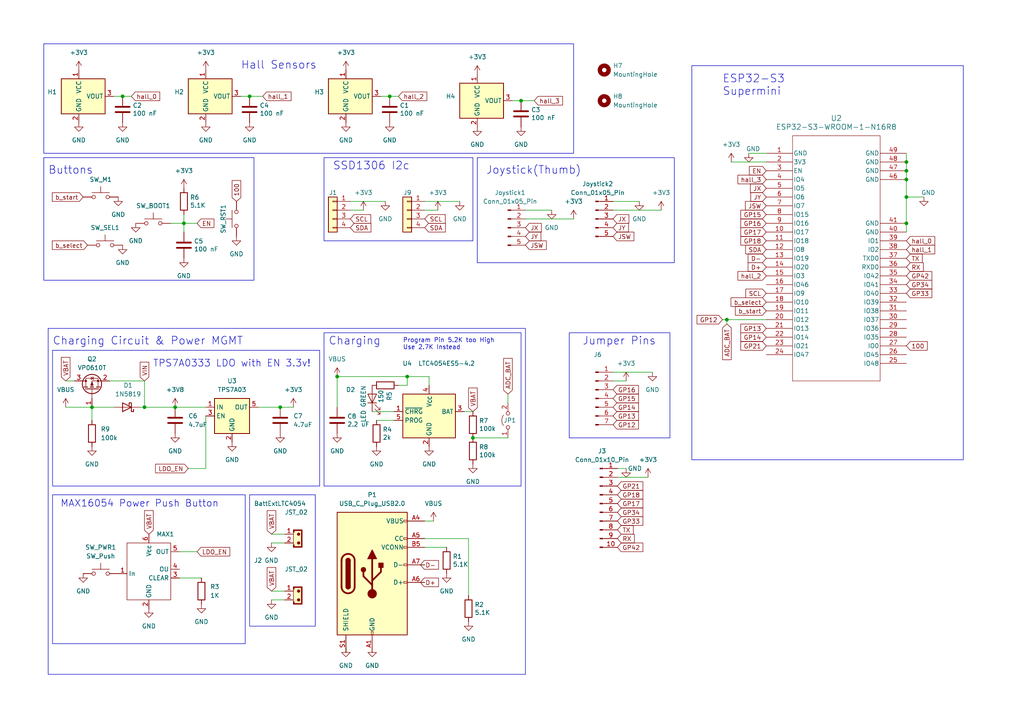
<source format=kicad_sch>
(kicad_sch (version 20230121) (generator eeschema)
  (paper "A4")
  (lib_symbols
    (symbol "2025-04-05_16-16-06:ESP32-S3-WROOM-1-N16R8" (pin_names (offset 0.254))
      (property "Reference" "U" (at 20.32 10.16 0))
      (property "Value" "ESP32-S3-WROOM-1-N16R8" (at 20.32 7.62 0))
      (symbol "ESP32-S3-WROOM-1-N16R8_0_1"
        (pin power_out line (at 0 0 0) (length 7.62) (name "GND") (number "1"))
        (pin bidirectional line (at 0 -22.86 0) (length 7.62) (name "IO17") (number "10"))
        (pin bidirectional line (at 0 -25.4 0) (length 7.62) (name "IO18") (number "11"))
        (pin bidirectional line (at 0 -27.94 0) (length 7.62) (name "IO8") (number "12"))
        (pin bidirectional line (at 0 -30.48 0) (length 7.62) (name "IO19") (number "13"))
        (pin bidirectional line (at 0 -33.02 0) (length 7.62) (name "IO20") (number "14"))
        (pin bidirectional line (at 0 -35.56 0) (length 7.62) (name "IO3") (number "15"))
        (pin bidirectional line (at 0 -38.1 0) (length 7.62) (name "IO46") (number "16"))
        (pin bidirectional line (at 0 -40.64 0) (length 7.62) (name "IO9") (number "17"))
        (pin bidirectional line (at 0 -43.18 0) (length 7.62) (name "IO10") (number "18"))
        (pin bidirectional line (at 0 -45.72 0) (length 7.62) (name "IO11") (number "19"))
        (pin power_in line (at 0 -2.54 0) (length 7.62) (name "3V3") (number "2"))
        (pin bidirectional line (at 0 -48.26 0) (length 7.62) (name "IO12") (number "20"))
        (pin bidirectional line (at 0 -50.8 0) (length 7.62) (name "IO13") (number "21"))
        (pin bidirectional line (at 0 -53.34 0) (length 7.62) (name "IO14") (number "22"))
        (pin bidirectional line (at 0 -55.88 0) (length 7.62) (name "IO21") (number "23"))
        (pin bidirectional line (at 0 -58.42 0) (length 7.62) (name "IO47") (number "24"))
        (pin bidirectional line (at 40.64 -60.96 180) (length 7.62) (name "IO48") (number "25"))
        (pin bidirectional line (at 40.64 -58.42 180) (length 7.62) (name "IO45") (number "26"))
        (pin bidirectional line (at 40.64 -55.88 180) (length 7.62) (name "IO0") (number "27"))
        (pin bidirectional line (at 40.64 -53.34 180) (length 7.62) (name "IO35") (number "28"))
        (pin bidirectional line (at 40.64 -50.8 180) (length 7.62) (name "IO36") (number "29"))
        (pin input line (at 0 -5.08 0) (length 7.62) (name "EN") (number "3"))
        (pin bidirectional line (at 40.64 -48.26 180) (length 7.62) (name "IO37") (number "30"))
        (pin bidirectional line (at 40.64 -45.72 180) (length 7.62) (name "IO38") (number "31"))
        (pin bidirectional line (at 40.64 -43.18 180) (length 7.62) (name "IO39") (number "32"))
        (pin bidirectional line (at 40.64 -40.64 180) (length 7.62) (name "IO40") (number "33"))
        (pin bidirectional line (at 40.64 -38.1 180) (length 7.62) (name "IO41") (number "34"))
        (pin bidirectional line (at 40.64 -35.56 180) (length 7.62) (name "IO42") (number "35"))
        (pin bidirectional line (at 40.64 -33.02 180) (length 7.62) (name "RXD0") (number "36"))
        (pin bidirectional line (at 40.64 -30.48 180) (length 7.62) (name "TXD0") (number "37"))
        (pin bidirectional line (at 40.64 -27.94 180) (length 7.62) (name "IO2") (number "38"))
        (pin bidirectional line (at 40.64 -25.4 180) (length 7.62) (name "IO1") (number "39"))
        (pin bidirectional line (at 0 -7.62 0) (length 7.62) (name "IO4") (number "4"))
        (pin power_out line (at 40.64 -22.86 180) (length 7.62) (name "GND") (number "40"))
        (pin power_out line (at 40.64 -20.32 180) (length 7.62) (name "GND") (number "41"))
        (pin power_out line (at 40.64 -7.62 180) (length 7.62) (name "GND") (number "46"))
        (pin power_out line (at 40.64 -5.08 180) (length 7.62) (name "GND") (number "47"))
        (pin power_out line (at 40.64 -2.54 180) (length 7.62) (name "GND") (number "48"))
        (pin power_out line (at 40.64 0 180) (length 7.62) (name "GND") (number "49"))
        (pin bidirectional line (at 0 -10.16 0) (length 7.62) (name "IO5") (number "5"))
        (pin bidirectional line (at 0 -12.7 0) (length 7.62) (name "IO6") (number "6"))
        (pin bidirectional line (at 0 -15.24 0) (length 7.62) (name "IO7") (number "7"))
        (pin bidirectional line (at 0 -17.78 0) (length 7.62) (name "IO15") (number "8"))
        (pin bidirectional line (at 0 -20.32 0) (length 7.62) (name "IO16") (number "9"))
      )
    )
    (symbol "Battery_Management:LTC4054ES5-4.2"
      (property "Reference" "U" (at -5.842 6.604 0))
      (property "Value" "LTC4054ES5-4.2" (at 1.524 6.604 0))
      (symbol "LTC4054ES5-4.2_1_1"
        (pin open_collector line (at -10.16 0 0) (length 2.54) (name "~{CHRG}") (number "1"))
        (pin power_in line (at 0 -10.16 90) (length 2.54) (name "GND") (number "2"))
        (pin power_out line (at 10.16 0 180) (length 2.54) (name "BAT") (number "3"))
        (pin power_in line (at 0 7.62 270) (length 2.54) (name "V_{CC}") (number "4"))
        (pin bidirectional line (at -10.16 -2.54 0) (length 2.54) (name "PROG") (number "5"))
      )
    )
    (symbol "ChargingStuffsLib:MAX16054"
      (property "Reference" "MAX" (at 0 10.16 0))
      (symbol "MAX16054_1_1"
        (pin input line (at -8.89 -6.35 0) (length 2.54) (name "In") (number "1"))
        (pin input line (at 0 -16.51 90) (length 2.54) (name "GND") (number "2"))
        (pin input line (at 8.89 -7.62 180) (length 2.54) (name "CLEAR") (number "3"))
        (pin input line (at 8.89 -5.08 180) (length 2.54) (name "OU") (number "4"))
        (pin input line (at 8.89 0 180) (length 2.54) (name "OUT") (number "5"))
        (pin input line (at 0 5.08 270) (length 2.54) (name "Vcc") (number "6"))
      )
    )
    (symbol "Connector:Conn_01x05_Pin" (pin_names (offset 1.016) hide)
      (property "Reference" "J" (at 0 7.62 0))
      (property "Value" "Conn_01x05_Pin" (at 0 -7.62 0))
      (symbol "Conn_01x05_Pin_1_1"
        (pin passive line (at 5.08 5.08 180) (length 3.81) (name "Pin_1") (number "1"))
        (pin passive line (at 5.08 2.54 180) (length 3.81) (name "Pin_2") (number "2"))
        (pin passive line (at 5.08 0 180) (length 3.81) (name "Pin_3") (number "3"))
        (pin passive line (at 5.08 -2.54 180) (length 3.81) (name "Pin_4") (number "4"))
        (pin passive line (at 5.08 -5.08 180) (length 3.81) (name "Pin_5") (number "5"))
      )
    )
    (symbol "Connector:Conn_01x07_Pin" (pin_names (offset 1.016) hide)
      (property "Reference" "J" (at 0 10.16 0))
      (property "Value" "Conn_01x07_Pin" (at 0 -10.16 0))
      (symbol "Conn_01x07_Pin_1_1"
        (pin passive line (at 5.08 7.62 180) (length 3.81) (name "Pin_1") (number "1"))
        (pin passive line (at 5.08 5.08 180) (length 3.81) (name "Pin_2") (number "2"))
        (pin passive line (at 5.08 2.54 180) (length 3.81) (name "Pin_3") (number "3"))
        (pin passive line (at 5.08 0 180) (length 3.81) (name "Pin_4") (number "4"))
        (pin passive line (at 5.08 -2.54 180) (length 3.81) (name "Pin_5") (number "5"))
        (pin passive line (at 5.08 -5.08 180) (length 3.81) (name "Pin_6") (number "6"))
        (pin passive line (at 5.08 -7.62 180) (length 3.81) (name "Pin_7") (number "7"))
      )
    )
    (symbol "Connector:Conn_01x10_Pin" (pin_names (offset 1.016) hide)
      (property "Reference" "J" (at 0 12.7 0))
      (property "Value" "Conn_01x10_Pin" (at 0 -15.24 0))
      (symbol "Conn_01x10_Pin_1_1"
        (pin passive line (at 5.08 10.16 180) (length 3.81) (name "Pin_1") (number "1"))
        (pin passive line (at 5.08 -12.7 180) (length 3.81) (name "Pin_10") (number "10"))
        (pin passive line (at 5.08 7.62 180) (length 3.81) (name "Pin_2") (number "2"))
        (pin passive line (at 5.08 5.08 180) (length 3.81) (name "Pin_3") (number "3"))
        (pin passive line (at 5.08 2.54 180) (length 3.81) (name "Pin_4") (number "4"))
        (pin passive line (at 5.08 0 180) (length 3.81) (name "Pin_5") (number "5"))
        (pin passive line (at 5.08 -2.54 180) (length 3.81) (name "Pin_6") (number "6"))
        (pin passive line (at 5.08 -5.08 180) (length 3.81) (name "Pin_7") (number "7"))
        (pin passive line (at 5.08 -7.62 180) (length 3.81) (name "Pin_8") (number "8"))
        (pin passive line (at 5.08 -10.16 180) (length 3.81) (name "Pin_9") (number "9"))
      )
    )
    (symbol "Connector:USB_C_Plug_USB2.0" (pin_names (offset 1.016))
      (property "Reference" "P" (at -10.16 19.05 0))
      (property "Value" "USB_C_Plug_USB2.0" (at 12.7 19.05 0))
      (symbol "USB_C_Plug_USB2.0_1_1"
        (pin passive line (at 0 -22.86 90) (length 5.08) (name "GND") (number "A1"))
        (pin passive line (at 0 -22.86 90) (length 5.08) hide (name "GND") (number "A12"))
        (pin passive line (at 15.24 15.24 180) (length 5.08) (name "VBUS") (number "A4"))
        (pin bidirectional line (at 15.24 10.16 180) (length 5.08) (name "CC") (number "A5"))
        (pin bidirectional line (at 15.24 -2.54 180) (length 5.08) (name "D+") (number "A6"))
        (pin bidirectional line (at 15.24 2.54 180) (length 5.08) (name "D-") (number "A7"))
        (pin passive line (at 15.24 15.24 180) (length 5.08) hide (name "VBUS") (number "A9"))
        (pin passive line (at 0 -22.86 90) (length 5.08) hide (name "GND") (number "B1"))
        (pin passive line (at 0 -22.86 90) (length 5.08) hide (name "GND") (number "B12"))
        (pin passive line (at 15.24 15.24 180) (length 5.08) hide (name "VBUS") (number "B4"))
        (pin bidirectional line (at 15.24 7.62 180) (length 5.08) (name "VCONN") (number "B5"))
        (pin passive line (at 15.24 15.24 180) (length 5.08) hide (name "VBUS") (number "B9"))
        (pin passive line (at -7.62 -22.86 90) (length 5.08) (name "SHIELD") (number "S1"))
      )
    )
    (symbol "Connector_Generic:Conn_01x04" (pin_names (offset 1.016) hide)
      (property "Reference" "J" (at 0 5.08 0))
      (property "Value" "Conn_01x04" (at 0 -7.62 0))
      (symbol "Conn_01x04_1_1"
        (pin passive line (at -5.08 2.54 0) (length 3.81) (name "Pin_1") (number "1"))
        (pin passive line (at -5.08 0 0) (length 3.81) (name "Pin_2") (number "2"))
        (pin passive line (at -5.08 -2.54 0) (length 3.81) (name "Pin_3") (number "3"))
        (pin passive line (at -5.08 -5.08 0) (length 3.81) (name "Pin_4") (number "4"))
      )
    )
    (symbol "Device:C" (pin_numbers hide) (pin_names (offset 0.254))
      (property "Reference" "C" (at 0.635 2.54 0))
      (property "Value" "C" (at 0.635 -2.54 0))
      (symbol "C_1_1"
        (pin passive line (at 0 3.81 270) (length 2.794) (name "~") (number "1"))
        (pin passive line (at 0 -3.81 90) (length 2.794) (name "~") (number "2"))
      )
    )
    (symbol "Device:LED" (pin_numbers hide) (pin_names (offset 1.016) hide)
      (property "Reference" "D" (at 0 2.54 0))
      (property "Value" "LED" (at 0 -2.54 0))
      (symbol "LED_1_1"
        (pin passive line (at -3.81 0 0) (length 2.54) (name "K") (number "1"))
        (pin passive line (at 3.81 0 180) (length 2.54) (name "A") (number "2"))
      )
    )
    (symbol "Device:R" (pin_numbers hide) (pin_names (offset 0))
      (property "Reference" "R" (at 2.032 0 90))
      (property "Value" "R" (at 0 0 90))
      (symbol "R_1_1"
        (pin passive line (at 0 3.81 270) (length 1.27) (name "~") (number "1"))
        (pin passive line (at 0 -3.81 90) (length 1.27) (name "~") (number "2"))
      )
    )
    (symbol "Diode:1N5819" (pin_numbers hide) (pin_names (offset 1.016) hide)
      (property "Reference" "D" (at 0 2.54 0))
      (property "Value" "1N5819" (at 0 -2.54 0))
      (symbol "1N5819_1_1"
        (pin passive line (at -3.81 0 0) (length 2.54) (name "K") (number "1"))
        (pin passive line (at 3.81 0 180) (length 2.54) (name "A") (number "2"))
      )
    )
    (symbol "Jumper:Jumper_2_Open" (pin_names (offset 0) hide)
      (property "Reference" "JP" (at 0 2.794 0))
      (property "Value" "Jumper_2_Open" (at 0 -2.286 0))
      (symbol "Jumper_2_Open_1_1"
        (pin passive line (at -5.08 0 0) (length 2.54) (name "A") (number "1"))
        (pin passive line (at 5.08 0 180) (length 2.54) (name "B") (number "2"))
      )
    )
    (symbol "Mechanical:MountingHole" (pin_names (offset 1.016))
      (property "Reference" "H" (at 0 5.08 0))
      (property "Value" "MountingHole" (at 0 3.175 0))
    )
    (symbol "PCM_SL_Connectors:JST_02"
      (property "Reference" "J" (at 0 7.62 0))
      (property "Value" "JST_02" (at 0 5.08 0))
      (symbol "JST_02_1_1"
        (pin passive line (at -3.81 1.27 0) (length 2.54) (name "") (number "1"))
        (pin passive line (at -3.81 -1.27 0) (length 2.54) (name "") (number "2"))
      )
    )
    (symbol "Regulator_Linear:TPS7A0508PDBV"
      (property "Reference" "U5" (at 0 10.16 0))
      (property "Value" "TPS7A03" (at 0 7.62 0))
      (symbol "TPS7A0508PDBV_0_1"
        (pin power_in line (at -7.62 2.54 0) (length 2.54) (name "IN") (number "1"))
        (pin power_in line (at 0 -7.62 90) (length 2.54) (name "GND") (number "2"))
        (pin input line (at -7.62 0 0) (length 2.54) (name "EN") (number "3"))
        (pin no_connect line (at 5.08 0 180) (length 2.54) hide (name "NC") (number "4"))
        (pin power_out line (at 7.62 2.54 180) (length 2.54) (name "OUT") (number "5"))
      )
    )
    (symbol "Sensor_Current:A1369xUA-10"
      (property "Reference" "U" (at 8.89 6.35 0))
      (property "Value" "A1369xUA-10" (at 8.89 3.81 0))
      (symbol "A1369xUA-10_1_1"
        (pin power_in line (at 0 7.62 270) (length 2.54) (name "VCC") (number "1"))
        (pin power_in line (at 0 -7.62 90) (length 2.54) (name "GND") (number "2"))
        (pin output line (at 10.16 0 180) (length 2.54) (name "VOUT") (number "3"))
      )
    )
    (symbol "Switch:SW_Push" (pin_numbers hide) (pin_names (offset 1.016) hide)
      (property "Reference" "SW" (at 1.27 2.54 0))
      (property "Value" "SW_Push" (at 0 -1.524 0))
      (symbol "SW_Push_0_1"
        (pin passive line (at -5.08 0 0) (length 2.54) (name "1") (number "1"))
        (pin passive line (at 5.08 0 180) (length 2.54) (name "2") (number "2"))
      )
    )
    (symbol "Transistor_FET:VP0610T" (pin_names hide)
      (property "Reference" "Q" (at 5.08 1.905 0))
      (property "Value" "VP0610T" (at 5.08 0 0))
      (symbol "VP0610T_1_1"
        (pin input line (at -5.08 0 0) (length 2.54) (name "G") (number "1"))
        (pin passive line (at 2.54 -5.08 90) (length 2.54) (name "S") (number "2"))
        (pin passive line (at 2.54 5.08 270) (length 2.54) (name "D") (number "3"))
      )
    )
    (symbol "power:+3V3" (power) (pin_names (offset 0))
      (property "Value" "+3V3" (at 0 3.556 0))
      (symbol "+3V3_1_1"
        (pin power_in line (at 0 0 90) (length 0) hide (name "+3V3") (number "1"))
      )
    )
    (symbol "power:+3V8" (power) (pin_names (offset 0))
      (property "Value" "+3V8" (at 0 3.556 0))
      (symbol "+3V8_1_1"
        (pin power_in line (at 0 0 90) (length 0) hide (name "+3V8") (number "1"))
      )
    )
    (symbol "power:GND" (power) (pin_names (offset 0))
      (property "Value" "GND" (at 0 -3.81 0))
      (symbol "GND_1_1"
        (pin power_in line (at 0 0 270) (length 0) hide (name "GND") (number "1"))
      )
    )
    (symbol "power:VBUS" (power) (pin_names (offset 0))
      (property "Value" "VBUS" (at 0 3.81 0))
      (symbol "VBUS_1_1"
        (pin power_in line (at 0 0 90) (length 0) hide (name "VBUS") (number "1"))
      )
    )
  )
  (junction (at 113.03 27.94))
  (junction (at 118.11 109.22))
  (junction (at 26.67 118.11))
  (junction (at 81.28 118.11))
  (junction (at 72.39 27.94))
  (junction (at 50.8 118.11))
  (junction (at 137.16 127))
  (junction (at 97.79 109.22))
  (junction (at 41.91 118.11))
  (junction (at 262.89 49.53))
  (junction (at 53.34 64.77))
  (junction (at 262.89 64.77))
  (junction (at 262.89 57.15))
  (junction (at 151.13 29.21))
  (junction (at 210.82 92.71))
  (junction (at 262.89 46.99))
  (junction (at 35.56 27.94))
  (junction (at 262.89 52.07))
  (wire (pts (xy 262.89 44.45) (xy 262.89 46.99)))
  (wire (pts (xy 35.56 27.94) (xy 33.02 27.94)))
  (wire (pts (xy 78.74 157.48) (xy 82.55 157.48)))
  (wire (pts (xy 19.05 118.11) (xy 26.67 118.11)))
  (wire (pts (xy 123.19 158.75) (xy 129.54 158.75)))
  (wire (pts (xy 118.11 109.22) (xy 124.46 109.22)))
  (wire (pts (xy 262.89 57.15) (xy 262.89 64.77)))
  (wire (pts (xy 154.94 29.21) (xy 151.13 29.21)))
  (wire (pts (xy 160.02 60.96) (xy 152.4 60.96)))
  (wire (pts (xy 262.89 46.99) (xy 262.89 49.53)))
  (wire (pts (xy 135.89 156.21) (xy 135.89 172.72)))
  (wire (pts (xy 97.79 118.11) (xy 97.79 109.22)))
  (wire (pts (xy 78.74 171.45) (xy 82.55 171.45)))
  (wire (pts (xy 111.76 58.42) (xy 101.6 58.42)))
  (wire (pts (xy 41.91 118.11) (xy 50.8 118.11)))
  (wire (pts (xy 41.91 110.49) (xy 41.91 118.11)))
  (wire (pts (xy 72.39 27.94) (xy 69.85 27.94)))
  (wire (pts (xy 147.32 114.3) (xy 147.32 116.84)))
  (wire (pts (xy 107.95 119.38) (xy 114.3 119.38)))
  (wire (pts (xy 151.13 29.21) (xy 148.59 29.21)))
  (wire (pts (xy 118.11 111.76) (xy 118.11 109.22)))
  (wire (pts (xy 181.61 135.89) (xy 179.07 135.89)))
  (wire (pts (xy 115.57 111.76) (xy 118.11 111.76)))
  (wire (pts (xy 113.03 27.94) (xy 110.49 27.94)))
  (wire (pts (xy 40.64 118.11) (xy 41.91 118.11)))
  (wire (pts (xy 262.89 52.07) (xy 262.89 57.15)))
  (wire (pts (xy 209.55 92.71) (xy 210.82 92.71)))
  (wire (pts (xy 212.09 46.99) (xy 222.25 46.99)))
  (wire (pts (xy 181.61 110.49) (xy 177.8 110.49)))
  (wire (pts (xy 59.69 135.89) (xy 54.61 135.89)))
  (wire (pts (xy 78.74 173.99) (xy 82.55 173.99)))
  (wire (pts (xy 85.09 118.11) (xy 81.28 118.11)))
  (wire (pts (xy 166.37 63.5) (xy 152.4 63.5)))
  (wire (pts (xy 50.8 118.11) (xy 59.69 118.11)))
  (wire (pts (xy 53.34 62.23) (xy 53.34 64.77)))
  (wire (pts (xy 210.82 92.71) (xy 222.25 92.71)))
  (wire (pts (xy 125.73 151.13) (xy 123.19 151.13)))
  (wire (pts (xy 53.34 64.77) (xy 57.15 64.77)))
  (wire (pts (xy 115.57 27.94) (xy 113.03 27.94)))
  (wire (pts (xy 189.23 107.95) (xy 177.8 107.95)))
  (wire (pts (xy 26.67 118.11) (xy 33.02 118.11)))
  (wire (pts (xy 100.33 187.96) (xy 100.33 189.23)))
  (wire (pts (xy 121.92 168.91) (xy 123.19 168.91)))
  (wire (pts (xy 81.28 118.11) (xy 74.93 118.11)))
  (wire (pts (xy 134.62 119.38) (xy 137.16 119.38)))
  (wire (pts (xy 31.75 110.49) (xy 41.91 110.49)))
  (wire (pts (xy 107.95 187.96) (xy 107.95 189.23)))
  (wire (pts (xy 76.2 27.94) (xy 72.39 27.94)))
  (wire (pts (xy 52.07 167.64) (xy 58.42 167.64)))
  (wire (pts (xy 109.22 121.92) (xy 114.3 121.92)))
  (wire (pts (xy 97.79 109.22) (xy 118.11 109.22)))
  (wire (pts (xy 78.74 154.94) (xy 82.55 154.94)))
  (wire (pts (xy 217.17 44.45) (xy 222.25 44.45)))
  (wire (pts (xy 57.15 160.02) (xy 52.07 160.02)))
  (wire (pts (xy 262.89 64.77) (xy 262.89 67.31)))
  (wire (pts (xy 137.16 127) (xy 147.32 127)))
  (wire (pts (xy 53.34 64.77) (xy 53.34 67.31)))
  (wire (pts (xy 123.19 156.21) (xy 135.89 156.21)))
  (wire (pts (xy 262.89 49.53) (xy 262.89 52.07)))
  (wire (pts (xy 191.77 60.96) (xy 177.8 60.96)))
  (wire (pts (xy 26.67 118.11) (xy 26.67 121.92)))
  (wire (pts (xy 49.53 64.77) (xy 53.34 64.77)))
  (wire (pts (xy 19.05 110.49) (xy 21.59 110.49)))
  (wire (pts (xy 124.46 109.22) (xy 124.46 111.76)))
  (wire (pts (xy 267.97 57.15) (xy 262.89 57.15)))
  (wire (pts (xy 133.35 58.42) (xy 123.19 58.42)))
  (wire (pts (xy 127 60.96) (xy 123.19 60.96)))
  (wire (pts (xy 187.96 138.43) (xy 179.07 138.43)))
  (wire (pts (xy 121.92 163.83) (xy 123.19 163.83)))
  (wire (pts (xy 38.1 27.94) (xy 35.56 27.94)))
  (wire (pts (xy 59.69 120.65) (xy 59.69 135.89)))
  (wire (pts (xy 105.41 60.96) (xy 101.6 60.96)))
  (wire (pts (xy 185.42 58.42) (xy 177.8 58.42)))
  (wire (pts (xy 210.82 93.98) (xy 210.82 92.71)))
  (rectangle (start 15.24 101.6) (end 92.71 140.97))
  (rectangle (start 138.43 45.72) (end 195.58 76.2))
  (rectangle (start 200.66 19.05) (end 279.4 133.35))
  (rectangle (start 165.1 96.52) (end 194.31 127))
  (rectangle (start 15.24 143.51) (end 71.12 186.69))
  (rectangle (start 12.7 45.72) (end 73.66 81.28))
  (rectangle (start 93.98 45.72) (end 137.16 69.85))
  (rectangle (start 13.97 95.25) (end 152.4 195.58))
  (rectangle (start 93.98 96.52) (end 151.13 140.97))
  (rectangle (start 72.39 143.51) (end 91.44 181.61))
  (rectangle (start 12.7 12.7) (end 166.37 44.45))
  (text "Jumper Pins" (at 168.91 100.33 0) (effects (font (size 2.27 2.27)) (justify left bottom)))
  (text "Buttons" (at 13.97 50.8 0) (effects (font (size 2.27 2.27)) (justify left bottom)))
  (text "MAX16054 Power Push Button" (at 63.5 147.32 0) (effects (font (size 2 2)) (justify right bottom)))
  (text "Joystick(Thumb)" (at 140.97 50.8 0) (effects (font (size 2.27 2.27)) (justify left bottom)))
  (text "Program Pin 5.2K too High\nUse 2.7K Instead\n" (at 116.84 101.6 0) (effects (font (size 1.27 1.27)) (justify left bottom)))
  (text "Charging\n" (at 95.25 100.33 0) (effects (font (size 2.27 2.27)) (justify left bottom)))
  (text "ESP32-S3\nSupermini" (at 209.55 27.94 0) (effects (font (size 2.27 2.27)) (justify left bottom)))
  (text "Charging Circuit & Power MGMT" (at 15.24 100.33 0) (effects (font (size 2.27 2.27)) (justify left bottom)))
  (text "SSD1306 I2c" (at 96.52 49.53 0) (effects (font (size 2.27 2.27)) (justify left bottom)))
  (text "TPS7A0333 LDO with EN 3.3v!" (at 90.17 106.68 0) (effects (font (size 2 2)) (justify right bottom)))
  (text "Hall Sensors" (at 69.85 20.32 0) (effects (font (size 2.27 2.27)) (justify left bottom)))
  (global_label "RX" (shape input) (at 262.89 77.47 0) (property "Intersheetrefs" "${INTERSHEET_REFS}" (effects hide)))
  (global_label "LDO_EN" (shape input) (at 54.61 135.89 180) (property "Intersheetrefs" "${INTERSHEET_REFS}" (effects hide)))
  (global_label "GP33" (shape input) (at 179.07 151.13 0) (property "Intersheetrefs" "${INTERSHEET_REFS}" (effects hide)))
  (global_label "ADC_BAT" (shape input) (at 147.32 114.3 90) (property "Intersheetrefs" "${INTERSHEET_REFS}" (effects hide)))
  (global_label "VIN" (shape input) (at 41.91 110.49 90) (property "Intersheetrefs" "${INTERSHEET_REFS}" (effects hide)))
  (global_label "GP14" (shape input) (at 222.25 97.79 180) (property "Intersheetrefs" "${INTERSHEET_REFS}" (effects hide)))
  (global_label "100" (shape input) (at 68.58 58.42 90) (property "Intersheetrefs" "${INTERSHEET_REFS}" (effects hide)))
  (global_label "b_start" (shape input) (at 222.25 90.17 180) (property "Intersheetrefs" "${INTERSHEET_REFS}" (effects hide)))
  (global_label "SCL" (shape input) (at 101.6 63.5 0) (property "Intersheetrefs" "${INTERSHEET_REFS}" (effects hide)))
  (global_label "GP42" (shape input) (at 179.07 158.75 0) (property "Intersheetrefs" "${INTERSHEET_REFS}" (effects hide)))
  (global_label "EN" (shape input) (at 57.15 64.77 0) (property "Intersheetrefs" "${INTERSHEET_REFS}" (effects hide)))
  (global_label "GP17" (shape input) (at 179.07 146.05 0) (property "Intersheetrefs" "${INTERSHEET_REFS}" (effects hide)))
  (global_label "EN" (shape input) (at 222.25 49.53 180) (property "Intersheetrefs" "${INTERSHEET_REFS}" (effects hide)))
  (global_label "JY" (shape input) (at 177.8 66.04 0) (property "Intersheetrefs" "${INTERSHEET_REFS}" (effects hide)))
  (global_label "GP13" (shape input) (at 222.25 95.25 180) (property "Intersheetrefs" "${INTERSHEET_REFS}" (effects hide)))
  (global_label "GP12" (shape input) (at 209.55 92.71 180) (property "Intersheetrefs" "${INTERSHEET_REFS}" (effects hide)))
  (global_label "JY" (shape input) (at 222.25 57.15 180) (property "Intersheetrefs" "${INTERSHEET_REFS}" (effects hide)))
  (global_label "JY" (shape input) (at 152.4 68.58 0) (property "Intersheetrefs" "${INTERSHEET_REFS}" (effects hide)))
  (global_label "TX" (shape input) (at 179.07 153.67 0) (property "Intersheetrefs" "${INTERSHEET_REFS}" (effects hide)))
  (global_label "GP17" (shape input) (at 222.25 67.31 180) (property "Intersheetrefs" "${INTERSHEET_REFS}" (effects hide)))
  (global_label "b_start" (shape input) (at 24.13 57.15 180) (property "Intersheetrefs" "${INTERSHEET_REFS}" (effects hide)))
  (global_label "hall_1" (shape input) (at 262.89 72.39 0) (property "Intersheetrefs" "${INTERSHEET_REFS}" (effects hide)))
  (global_label "D+" (shape input) (at 121.92 168.91 0) (property "Intersheetrefs" "${INTERSHEET_REFS}" (effects hide)))
  (global_label "hall_3" (shape input) (at 154.94 29.21 0) (property "Intersheetrefs" "${INTERSHEET_REFS}" (effects hide)))
  (global_label "VBAT" (shape input) (at 78.74 154.94 90) (property "Intersheetrefs" "${INTERSHEET_REFS}" (effects hide)))
  (global_label "LDO_EN" (shape input) (at 57.15 160.02 0) (property "Intersheetrefs" "${INTERSHEET_REFS}" (effects hide)))
  (global_label "hall_2" (shape input) (at 115.57 27.94 0) (property "Intersheetrefs" "${INTERSHEET_REFS}" (effects hide)))
  (global_label "GP12" (shape input) (at 177.8 123.19 0) (property "Intersheetrefs" "${INTERSHEET_REFS}" (effects hide)))
  (global_label "b_select" (shape input) (at 25.4 71.12 180) (property "Intersheetrefs" "${INTERSHEET_REFS}" (effects hide)))
  (global_label "GP34" (shape input) (at 262.89 82.55 0) (property "Intersheetrefs" "${INTERSHEET_REFS}" (effects hide)))
  (global_label "SCL" (shape input) (at 123.19 63.5 0) (property "Intersheetrefs" "${INTERSHEET_REFS}" (effects hide)))
  (global_label "SCL" (shape input) (at 222.25 85.09 180) (property "Intersheetrefs" "${INTERSHEET_REFS}" (effects hide)))
  (global_label "ADC_BAT" (shape input) (at 210.82 93.98 270) (property "Intersheetrefs" "${INTERSHEET_REFS}" (effects hide)))
  (global_label "JSW" (shape input) (at 177.8 68.58 0) (property "Intersheetrefs" "${INTERSHEET_REFS}" (effects hide)))
  (global_label "VBAT" (shape input) (at 43.18 154.94 90) (property "Intersheetrefs" "${INTERSHEET_REFS}" (effects hide)))
  (global_label "VBAT" (shape input) (at 137.16 119.38 90) (property "Intersheetrefs" "${INTERSHEET_REFS}" (effects hide)))
  (global_label "TX" (shape input) (at 262.89 74.93 0) (property "Intersheetrefs" "${INTERSHEET_REFS}" (effects hide)))
  (global_label "SDA" (shape input) (at 123.19 66.04 0) (property "Intersheetrefs" "${INTERSHEET_REFS}" (effects hide)))
  (global_label "D-" (shape input) (at 222.25 74.93 180) (property "Intersheetrefs" "${INTERSHEET_REFS}" (effects hide)))
  (global_label "SDA" (shape input) (at 101.6 66.04 0) (property "Intersheetrefs" "${INTERSHEET_REFS}" (effects hide)))
  (global_label "JSW" (shape input) (at 222.25 59.69 180) (property "Intersheetrefs" "${INTERSHEET_REFS}" (effects hide)))
  (global_label "RX" (shape input) (at 179.07 156.21 0) (property "Intersheetrefs" "${INTERSHEET_REFS}" (effects hide)))
  (global_label "hall_1" (shape input) (at 76.2 27.94 0) (property "Intersheetrefs" "${INTERSHEET_REFS}" (effects hide)))
  (global_label "hall_3" (shape input) (at 222.25 52.07 180) (property "Intersheetrefs" "${INTERSHEET_REFS}" (effects hide)))
  (global_label "GP33" (shape input) (at 262.89 85.09 0) (property "Intersheetrefs" "${INTERSHEET_REFS}" (effects hide)))
  (global_label "GP16" (shape input) (at 177.8 113.03 0) (property "Intersheetrefs" "${INTERSHEET_REFS}" (effects hide)))
  (global_label "GP21" (shape input) (at 222.25 100.33 180) (property "Intersheetrefs" "${INTERSHEET_REFS}" (effects hide)))
  (global_label "JX" (shape input) (at 152.4 66.04 0) (property "Intersheetrefs" "${INTERSHEET_REFS}" (effects hide)))
  (global_label "JSW" (shape input) (at 152.4 71.12 0) (property "Intersheetrefs" "${INTERSHEET_REFS}" (effects hide)))
  (global_label "D+" (shape input) (at 222.25 77.47 180) (property "Intersheetrefs" "${INTERSHEET_REFS}" (effects hide)))
  (global_label "hall_2" (shape input) (at 222.25 80.01 180) (property "Intersheetrefs" "${INTERSHEET_REFS}" (effects hide)))
  (global_label "JX" (shape input) (at 177.8 63.5 0) (property "Intersheetrefs" "${INTERSHEET_REFS}" (effects hide)))
  (global_label "GP16" (shape input) (at 222.25 64.77 180) (property "Intersheetrefs" "${INTERSHEET_REFS}" (effects hide)))
  (global_label "SDA" (shape input) (at 222.25 72.39 180) (property "Intersheetrefs" "${INTERSHEET_REFS}" (effects hide)))
  (global_label "b_select" (shape input) (at 222.25 87.63 180) (property "Intersheetrefs" "${INTERSHEET_REFS}" (effects hide)))
  (global_label "GP34" (shape input) (at 179.07 148.59 0) (property "Intersheetrefs" "${INTERSHEET_REFS}" (effects hide)))
  (global_label "GP18" (shape input) (at 222.25 69.85 180) (property "Intersheetrefs" "${INTERSHEET_REFS}" (effects hide)))
  (global_label "D-" (shape input) (at 121.92 163.83 0) (property "Intersheetrefs" "${INTERSHEET_REFS}" (effects hide)))
  (global_label "VBAT" (shape input) (at 19.05 110.49 90) (property "Intersheetrefs" "${INTERSHEET_REFS}" (effects hide)))
  (global_label "VBAT" (shape input) (at 78.74 171.45 90) (property "Intersheetrefs" "${INTERSHEET_REFS}" (effects hide)))
  (global_label "GP15" (shape input) (at 222.25 62.23 180) (property "Intersheetrefs" "${INTERSHEET_REFS}" (effects hide)))
  (global_label "GP15" (shape input) (at 177.8 115.57 0) (property "Intersheetrefs" "${INTERSHEET_REFS}" (effects hide)))
  (global_label "GP13" (shape input) (at 177.8 120.65 0) (property "Intersheetrefs" "${INTERSHEET_REFS}" (effects hide)))
  (global_label "GP14" (shape input) (at 177.8 118.11 0) (property "Intersheetrefs" "${INTERSHEET_REFS}" (effects hide)))
  (global_label "GP18" (shape input) (at 179.07 143.51 0) (property "Intersheetrefs" "${INTERSHEET_REFS}" (effects hide)))
  (global_label "hall_0" (shape input) (at 38.1 27.94 0) (property "Intersheetrefs" "${INTERSHEET_REFS}" (effects hide)))
  (global_label "JX" (shape input) (at 222.25 54.61 180) (property "Intersheetrefs" "${INTERSHEET_REFS}" (effects hide)))
  (global_label "GP21" (shape input) (at 179.07 140.97 0) (property "Intersheetrefs" "${INTERSHEET_REFS}" (effects hide)))
  (global_label "hall_0" (shape input) (at 262.89 69.85 0) (property "Intersheetrefs" "${INTERSHEET_REFS}" (effects hide)))
  (global_label "100" (shape input) (at 262.89 100.33 0) (property "Intersheetrefs" "${INTERSHEET_REFS}" (effects hide)))
  (global_label "GP42" (shape input) (at 262.89 80.01 0) (property "Intersheetrefs" "${INTERSHEET_REFS}" (effects hide)))
  (symbol (lib_id "Switch:SW_Push") (at 68.58 63.5 90) (unit 1)
    (property "Reference" "SW_RST1" (at 64.77 63.5 0))
    (property "Value" "SW_Push" (effects hide))
    (property "Footprint" "OpenMuscleDevKit:EVQP2P02M" (effects hide))
  )
  (symbol (lib_id "Switch:SW_Push") (at 44.45 64.77 0) (unit 1)
    (property "Reference" "SW_BOOT1" (at 44.45 59.69 0))
    (property "Value" "SW_Push" (effects hide))
    (property "Footprint" "OpenMuscleDevKit:EVQP2P02M" (effects hide))
  )
  (symbol (lib_id "power:GND") (at 97.79 125.73 0) (unit 1)
    (property "Reference" "#PWR034" (effects hide))
    (property "Value" "GND" (at 97.79 130.81 0))
  )
  (symbol (lib_id "power:GND") (at 59.69 35.56 0) (unit 1)
    (property "Reference" "#PWR014" (effects hide))
    (property "Value" "GND" (at 59.69 40.64 0))
  )
  (symbol (lib_id "Sensor_Current:A1369xUA-10") (at 22.86 27.94 0) (unit 1)
    (property "Reference" "H1" (at 16.51 26.67 0) (effects (justify right)))
    (property "Value" "A1369xUA-10" (effects hide))
    (property "Footprint" "Connector_PinHeader_2.00mm:PinHeader_1x03_P2.00mm_Vertical" (effects hide))
    (property "Datasheet" "http://www.allegromicro.com/~/media/Files/Datasheets/A1369-Datasheet.ashx?la=en" (effects hide))
  )
  (symbol (lib_id "ChargingStuffsLib:MAX16054") (at 43.18 160.02 0) (unit 1)
    (property "Reference" "MAX1" (at 45.3741 154.94 0) (effects (justify left)))
    (property "Value" "~" (at 43.18 160.02 0))
    (property "Footprint" "Package_TO_SOT_SMD:SOT-23-6" (effects hide))
  )
  (symbol (lib_id "Device:R") (at 137.16 123.19 0) (unit 1)
    (property "Reference" "R7" (at 138.938 122.0216 0) (effects (justify left)))
    (property "Value" "100k" (at 138.938 124.333 0) (effects (justify left)))
    (property "Footprint" "Resistor_SMD:R_0603_1608Metric" (effects hide))
    (property "JLCPN" "C25905" (effects hide))
  )
  (symbol (lib_id "power:+3V8") (at 50.8 118.11 0) (unit 1)
    (property "Reference" "#PWR023" (effects hide))
    (property "Value" "+3V8" (at 50.8 113.03 0))
  )
  (symbol (lib_id "Device:C") (at 81.28 121.92 0) (unit 1)
    (property "Reference" "C7" (at 85.09 120.65 0) (effects (justify left)))
    (property "Value" "4.7uF" (at 85.09 123.19 0) (effects (justify left)))
    (property "Footprint" "Capacitor_SMD:C_0805_2012Metric" (effects hide))
  )
  (symbol (lib_id "Device:R") (at 137.16 130.81 0) (unit 1)
    (property "Reference" "R8" (at 138.938 129.6416 0) (effects (justify left)))
    (property "Value" "100k" (at 138.938 131.953 0) (effects (justify left)))
    (property "Footprint" "Resistor_SMD:R_0603_1608Metric" (effects hide))
    (property "JLCPN" "C25905" (effects hide))
  )
  (symbol (lib_id "power:GND") (at 24.13 166.37 0) (unit 1)
    (property "Reference" "#PWR022" (effects hide))
    (property "Value" "GND" (at 24.13 171.45 0))
  )
  (symbol (lib_id "power:GND") (at 78.74 157.48 0) (unit 1)
    (property "Reference" "#PWR039" (effects hide))
    (property "Value" "GND" (at 78.74 162.56 0))
  )
  (symbol (lib_id "Regulator_Linear:TPS7A0508PDBV") (at 67.31 120.65 0) (unit 1)
    (property "Reference" "U3" (at 67.31 110.49 0))
    (property "Value" "TPS7A03" (at 67.31 113.03 0))
    (property "Footprint" "Package_TO_SOT_SMD:SOT-23-5" (effects hide))
    (property "Datasheet" "https://www.ti.com/lit/ds/symlink/tps7a05.pdf" (effects hide))
  )
  (symbol (lib_id "power:GND") (at 50.8 125.73 0) (unit 1)
    (property "Reference" "#PWR024" (effects hide))
    (property "Value" "GND" (at 50.8 130.81 0))
  )
  (symbol (lib_id "Device:C") (at 50.8 121.92 0) (unit 1)
    (property "Reference" "C6" (at 54.61 120.65 0) (effects (justify left)))
    (property "Value" "4.7uF" (at 54.61 123.19 0) (effects (justify left)))
    (property "Footprint" "Capacitor_SMD:C_0805_2012Metric" (effects hide))
  )
  (symbol (lib_id "Connector:Conn_01x05_Pin") (at 172.72 63.5 0) (unit 1)
    (property "Reference" "Joystick2" (at 173.355 53.34 0))
    (property "Value" "Conn_01x05_Pin" (at 173.355 55.88 0))
    (property "Footprint" "Connector_PinHeader_2.00mm:PinHeader_1x05_P2.00mm_Vertical" (effects hide))
  )
  (symbol (lib_id "power:GND") (at 138.43 36.83 0) (unit 1)
    (property "Reference" "#PWR07" (effects hide))
    (property "Value" "GND" (at 138.43 41.91 0))
  )
  (symbol (lib_id "Connector:Conn_01x10_Pin") (at 173.99 146.05 0) (unit 1)
    (property "Reference" "J3" (at 174.625 130.81 0))
    (property "Value" "Conn_01x10_Pin" (at 174.625 133.35 0))
    (property "Footprint" "Connector_PinHeader_2.00mm:PinHeader_1x10_P2.00mm_Vertical" (effects hide))
  )
  (symbol (lib_id "Device:R") (at 129.54 162.56 0) (unit 1)
    (property "Reference" "R1" (at 131.318 161.3916 0) (effects (justify left)))
    (property "Value" "5.1K" (at 131.318 163.703 0) (effects (justify left)))
    (property "Footprint" "Resistor_SMD:R_0603_1608Metric" (effects hide))
    (property "JLCPN" "C25905" (effects hide))
  )
  (symbol (lib_id "power:+3V3") (at 53.34 54.61 0) (unit 1)
    (property "Reference" "#PWR050" (effects hide))
    (property "Value" "+3V3" (at 53.34 49.53 0))
  )
  (symbol (lib_id "power:+3V3") (at 166.37 63.5 0) (unit 1)
    (property "Reference" "#PWR042" (effects hide))
    (property "Value" "+3V3" (at 166.37 58.42 0))
  )
  (symbol (lib_id "power:GND") (at 34.29 57.15 0) (unit 1)
    (property "Reference" "#PWR036" (effects hide))
    (property "Value" "GND" (at 34.29 62.23 0))
  )
  (symbol (lib_id "Connector:USB_C_Plug_USB2.0") (at 107.95 166.37 0) (unit 1)
    (property "Reference" "P1" (at 107.95 143.51 0))
    (property "Value" "USB_C_Plug_USB2.0" (at 107.95 146.05 0))
    (property "Footprint" "Connector_USB:USB_C_Receptacle_GCT_USB4085" (effects hide))
    (property "Datasheet" "https://www.usb.org/sites/default/files/documents/usb_type-c.zip" (effects hide))
  )
  (symbol (lib_id "Mechanical:MountingHole") (at 175.26 20.32 0) (unit 1)
    (property "Reference" "H7" (at 177.8 19.05 0) (effects (justify left)))
    (property "Value" "MountingHole" (at 177.8 21.59 0) (effects (justify left)))
    (property "Footprint" "MountingHole:MountingHole_2.2mm_M2" (effects hide))
  )
  (symbol (lib_id "Jumper:Jumper_2_Open") (at 147.32 121.92 90) (unit 1)
    (property "Reference" "JP1" (at 146.05 121.92 90) (effects (justify right)))
    (property "Value" "Jumper_2_Open" (effects hide))
    (property "Footprint" "Jumper:SolderJumper-2_P1.3mm_Open_TrianglePad1.0x1.5mm" (effects hide))
  )
  (symbol (lib_id "power:GND") (at 109.22 129.54 0) (unit 1)
    (property "Reference" "#PWR035" (effects hide))
    (property "Value" "GND" (at 109.22 134.62 0))
  )
  (symbol (lib_id "power:+3V3") (at 212.09 46.99 0) (unit 1)
    (property "Reference" "#PWR054" (effects hide))
    (property "Value" "+3V3" (at 212.09 41.91 0))
  )
  (symbol (lib_id "Transistor_FET:VP0610T") (at 26.67 113.03 90) (unit 1)
    (property "Reference" "Q2" (at 26.67 104.14 90))
    (property "Value" "VP0610T" (at 26.67 106.68 90))
    (property "Footprint" "Package_TO_SOT_SMD:SOT-23" (effects hide))
    (property "Datasheet" "http://www.vishay.com/docs/70209/70209.pdf" (effects hide))
  )
  (symbol (lib_id "power:GND") (at 113.03 35.56 0) (unit 1)
    (property "Reference" "#PWR03" (effects hide))
    (property "Value" "GND" (at 113.03 40.64 0))
  )
  (symbol (lib_id "Battery_Management:LTC4054ES5-4.2") (at 124.46 119.38 0) (unit 1)
    (property "Reference" "U4" (at 118.11 105.41 0))
    (property "Value" "LTC4054ES5-4.2" (at 129.54 105.41 0))
    (property "Footprint" "Package_TO_SOT_SMD:TSOT-23-5" (effects hide))
    (property "Datasheet" "https://www.analog.com/media/en/technical-documentation/data-sheets/405442xf.pdf" (effects hide))
  )
  (symbol (lib_id "power:GND") (at 22.86 35.56 0) (unit 1)
    (property "Reference" "#PWR06" (effects hide))
    (property "Value" "GND" (at 22.86 40.64 0))
  )
  (symbol (lib_id "power:+3V3") (at 127 60.96 0) (unit 1)
    (property "Reference" "#PWR043" (effects hide))
    (property "Value" "+3V3" (at 127 55.88 0))
  )
  (symbol (lib_id "power:GND") (at 181.61 135.89 0) (unit 1)
    (property "Reference" "#PWR028" (effects hide))
    (property "Value" "GND" (at 184.15 135.89 0))
  )
  (symbol (lib_id "power:GND") (at 133.35 58.42 0) (unit 1)
    (property "Reference" "#PWR044" (effects hide))
    (property "Value" "GND" (at 133.35 63.5 0))
  )
  (symbol (lib_id "power:GND") (at 53.34 74.93 0) (unit 1)
    (property "Reference" "#PWR048" (effects hide))
    (property "Value" "GND" (at 53.34 80.01 0))
  )
  (symbol (lib_id "Device:C") (at 151.13 33.02 180) (unit 1)
    (property "Reference" "C3" (at 154.051 31.8516 0) (effects (justify right)))
    (property "Value" "100 nF" (at 154.051 34.163 0) (effects (justify right)))
    (property "Footprint" "Capacitor_SMD:C_0402_1005Metric" (effects hide))
    (property "JLCPN" "C1525" (effects hide))
  )
  (symbol (lib_id "power:+3V3") (at 138.43 21.59 0) (unit 1)
    (property "Reference" "#PWR04" (effects hide))
    (property "Value" "+3V3" (at 138.43 16.51 0))
  )
  (symbol (lib_id "Sensor_Current:A1369xUA-10") (at 100.33 27.94 0) (unit 1)
    (property "Reference" "H3" (at 93.98 26.67 0) (effects (justify right)))
    (property "Value" "A1369xUA-10" (effects hide))
    (property "Footprint" "Connector_PinHeader_2.00mm:PinHeader_1x03_P2.00mm_Vertical" (effects hide))
    (property "Datasheet" "http://www.allegromicro.com/~/media/Files/Datasheets/A1369-Datasheet.ashx?la=en" (effects hide))
  )
  (symbol (lib_id "Switch:SW_Push") (at 30.48 71.12 0) (unit 1)
    (property "Reference" "SW_SEL1" (at 30.48 66.04 0))
    (property "Value" "SW_Push" (effects hide))
    (property "Footprint" "OpenMuscleDevKit:EVQP2P02M" (effects hide))
  )
  (symbol (lib_id "Device:R") (at 58.42 171.45 0) (unit 1)
    (property "Reference" "R3" (at 60.96 170.18 0) (effects (justify left)))
    (property "Value" "1K" (at 60.96 172.72 0) (effects (justify left)))
    (property "Footprint" "Resistor_SMD:R_0603_1608Metric" (effects hide))
  )
  (symbol (lib_id "power:+3V3") (at 187.96 138.43 0) (unit 1)
    (property "Reference" "#PWR021" (effects hide))
    (property "Value" "+3V3" (at 187.96 133.35 0))
  )
  (symbol (lib_id "power:GND") (at 39.37 64.77 0) (unit 1)
    (property "Reference" "#PWR049" (effects hide))
    (property "Value" "GND" (at 39.37 69.85 0))
  )
  (symbol (lib_id "power:VBUS") (at 97.79 109.22 0) (unit 1)
    (property "Reference" "#PWR033" (effects hide))
    (property "Value" "VBUS" (at 97.79 104.14 0))
  )
  (symbol (lib_id "power:+3V3") (at 22.86 20.32 0) (unit 1)
    (property "Reference" "#PWR05" (effects hide))
    (property "Value" "+3V3" (at 22.86 15.24 0))
  )
  (symbol (lib_id "power:GND") (at 72.39 35.56 0) (unit 1)
    (property "Reference" "#PWR015" (effects hide))
    (property "Value" "GND" (at 72.39 40.64 0))
  )
  (symbol (lib_id "Device:R") (at 109.22 125.73 0) (unit 1)
    (property "Reference" "R4" (at 110.998 124.5616 0) (effects (justify left)))
    (property "Value" "2k" (at 110.998 126.873 0) (effects (justify left)))
    (property "Footprint" "Resistor_SMD:R_0603_1608Metric" (effects hide))
    (property "JLCPN" "C25905" (effects hide))
  )
  (symbol (lib_id "Device:R") (at 135.89 176.53 0) (unit 1)
    (property "Reference" "R2" (at 137.668 175.3616 0) (effects (justify left)))
    (property "Value" "5.1K" (at 137.668 177.673 0) (effects (justify left)))
    (property "Footprint" "Resistor_SMD:R_0603_1608Metric" (effects hide))
    (property "JLCPN" "C25905" (effects hide))
  )
  (symbol (lib_id "power:GND") (at 58.42 175.26 0) (unit 1)
    (property "Reference" "#PWR031" (effects hide))
    (property "Value" "GND" (at 58.42 180.34 0))
  )
  (symbol (lib_id "power:+3V3") (at 181.61 110.49 0) (unit 1)
    (property "Reference" "#PWR018" (effects hide))
    (property "Value" "+3V3" (at 181.61 105.41 0))
  )
  (symbol (lib_id "power:GND") (at 26.67 129.54 0) (unit 1)
    (property "Reference" "#PWR052" (effects hide))
    (property "Value" "GND" (at 26.67 134.62 0))
  )
  (symbol (lib_id "power:GND") (at 100.33 35.56 0) (unit 1)
    (property "Reference" "#PWR02" (effects hide))
    (property "Value" "GND" (at 100.33 40.64 0))
  )
  (symbol (lib_id "Sensor_Current:A1369xUA-10") (at 59.69 27.94 0) (unit 1)
    (property "Reference" "H2" (at 53.34 26.67 0) (effects (justify right)))
    (property "Value" "A1369xUA-10" (effects hide))
    (property "Footprint" "Connector_PinHeader_2.00mm:PinHeader_1x03_P2.00mm_Vertical" (effects hide))
    (property "Datasheet" "http://www.allegromicro.com/~/media/Files/Datasheets/A1369-Datasheet.ashx?la=en" (effects hide))
  )
  (symbol (lib_id "Device:R") (at 53.34 58.42 0) (unit 1)
    (property "Reference" "R6" (at 55.118 57.2516 0) (effects (justify left)))
    (property "Value" "5.1K" (at 55.118 59.563 0) (effects (justify left)))
    (property "Footprint" "Resistor_SMD:R_0603_1608Metric" (effects hide))
    (property "JLCPN" "C25905" (effects hide))
  )
  (symbol (lib_id "Device:R") (at 26.67 125.73 0) (unit 1)
    (property "Reference" "R9" (at 29.21 124.46 0) (effects (justify left)))
    (property "Value" "100k" (at 29.21 127 0) (effects (justify left)))
    (property "Footprint" "Resistor_SMD:R_0603_1608Metric" (effects hide))
  )
  (symbol (lib_id "power:GND") (at 100.33 187.96 0) (unit 1)
    (property "Reference" "#PWR019" (effects hide))
    (property "Value" "GND" (at 100.33 193.04 0))
  )
  (symbol (lib_id "power:GND") (at 137.16 134.62 0) (unit 1)
    (property "Reference" "#PWR051" (effects hide))
    (property "Value" "GND" (at 137.16 139.7 0))
  )
  (symbol (lib_id "Device:C") (at 53.34 71.12 180) (unit 1)
    (property "Reference" "C5" (at 56.261 69.9516 0) (effects (justify right)))
    (property "Value" "100 nF" (at 56.261 72.263 0) (effects (justify right)))
    (property "Footprint" "Capacitor_SMD:C_0402_1005Metric" (effects hide))
    (property "JLCPN" "C1525" (effects hide))
  )
  (symbol (lib_id "power:+3V3") (at 191.77 60.96 0) (unit 1)
    (property "Reference" "#PWR020" (effects hide))
    (property "Value" "+3V3" (at 191.77 55.88 0))
  )
  (symbol (lib_id "Switch:SW_Push") (at 29.21 166.37 0) (unit 1)
    (property "Reference" "SW_PWR1" (at 29.21 158.75 0))
    (property "Value" "SW_Push" (at 29.21 161.29 0))
    (property "Footprint" "OpenMuscleDevKit:EVQP2P02M" (effects hide))
  )
  (symbol (lib_id "Connector:Conn_01x05_Pin") (at 147.32 66.04 0) (unit 1)
    (property "Reference" "Joystick1" (at 147.955 55.88 0))
    (property "Value" "Conn_01x05_Pin" (at 147.955 58.42 0))
    (property "Footprint" "Connector_PinHeader_2.00mm:PinHeader_1x05_P2.00mm_Vertical" (effects hide))
  )
  (symbol (lib_id "power:GND") (at 151.13 36.83 0) (unit 1)
    (property "Reference" "#PWR09" (effects hide))
    (property "Value" "GND" (at 151.13 41.91 0))
  )
  (symbol (lib_id "power:GND") (at 35.56 35.56 0) (unit 1)
    (property "Reference" "#PWR08" (effects hide))
    (property "Value" "GND" (at 35.56 40.64 0))
  )
  (symbol (lib_id "Connector_Generic:Conn_01x04") (at 118.11 60.96 0) (mirror y) (unit 1)
    (property "Reference" "J9" (at 119.38 55.88 0) (effects (justify left)))
    (property "Value" "Conn_01x04" (effects hide))
    (property "Footprint" "Connector_PinHeader_2.54mm:PinHeader_1x04_P2.54mm_Vertical" (effects hide))
  )
  (symbol (lib_id "Diode:1N5819") (at 36.83 118.11 180) (unit 1)
    (property "Reference" "D1" (at 37.1475 111.76 0))
    (property "Value" "1N5819" (at 37.1475 114.3 0))
    (property "Footprint" "Diode_SMD:D_SOD-123F" (effects hide))
    (property "Datasheet" "http://www.vishay.com/docs/88525/1n5817.pdf" (effects hide))
  )
  (symbol (lib_id "Device:C") (at 97.79 121.92 180) (unit 1)
    (property "Reference" "C8" (at 100.711 120.7516 0) (effects (justify right)))
    (property "Value" "2.2 uF" (at 100.711 123.063 0) (effects (justify right)))
    (property "Footprint" "Capacitor_SMD:C_0603_1608Metric" (effects hide))
    (property "JLCPN" "C12530" (effects hide))
  )
  (symbol (lib_id "power:GND") (at 68.58 68.58 0) (unit 1)
    (property "Reference" "#PWR038" (effects hide))
    (property "Value" "GND" (at 68.58 73.66 0))
  )
  (symbol (lib_id "Connector:Conn_01x07_Pin") (at 172.72 115.57 0) (unit 1)
    (property "Reference" "J6" (at 173.355 102.87 0))
    (property "Value" "Conn_01x07_Pin" (effects hide))
    (property "Footprint" "Connector_PinHeader_2.00mm:PinHeader_1x07_P2.00mm_Vertical" (effects hide))
  )
  (symbol (lib_id "power:GND") (at 43.18 176.53 0) (unit 1)
    (property "Reference" "#PWR029" (effects hide))
    (property "Value" "GND" (at 43.18 181.61 0))
  )
  (symbol (lib_id "power:VBUS") (at 125.73 151.13 0) (unit 1)
    (property "Reference" "#PWR017" (effects hide))
    (property "Value" "VBUS" (at 125.73 146.05 0))
  )
  (symbol (lib_id "2025-04-05_16-16-06:ESP32-S3-WROOM-1-N16R8") (at 222.25 44.45 0) (unit 1)
    (property "Reference" "U2" (at 242.57 34.29 0) (effects (font (size 1.524 1.524))))
    (property "Value" "ESP32-S3-WROOM-1-N16R8" (at 242.57 36.83 0) (effects (font (size 1.524 1.524))))
    (property "Footprint" "footprints:ESP32-S3-WROOM-1_EXP" (effects hide))
    (property "Datasheet" "ESP32-S3-WROOM-1-N16R8" (effects hide))
  )
  (symbol (lib_id "power:+3V3") (at 85.09 118.11 0) (unit 1)
    (property "Reference" "#PWR032" (effects hide))
    (property "Value" "+3V3" (at 85.09 113.03 0))
  )
  (symbol (lib_id "Device:C") (at 35.56 31.75 180) (unit 1)
    (property "Reference" "C2" (at 38.481 30.5816 0) (effects (justify right)))
    (property "Value" "100 nF" (at 38.481 32.893 0) (effects (justify right)))
    (property "Footprint" "Capacitor_SMD:C_0402_1005Metric" (effects hide))
    (property "JLCPN" "C1525" (effects hide))
  )
  (symbol (lib_id "power:GND") (at 160.02 60.96 0) (unit 1)
    (property "Reference" "#PWR041" (effects hide))
    (property "Value" "GND" (at 160.02 66.04 0))
  )
  (symbol (lib_id "power:GND") (at 135.89 180.34 0) (unit 1)
    (property "Reference" "#PWR047" (effects hide))
    (property "Value" "GND" (at 135.89 185.42 0))
  )
  (symbol (lib_id "power:GND") (at 35.56 71.12 0) (unit 1)
    (property "Reference" "#PWR040" (effects hide))
    (property "Value" "GND" (at 35.56 76.2 0))
  )
  (symbol (lib_id "power:GND") (at 107.95 187.96 0) (unit 1)
    (property "Reference" "#PWR045" (effects hide))
    (property "Value" "GND" (at 107.95 193.04 0))
  )
  (symbol (lib_id "Mechanical:MountingHole") (at 175.26 29.21 0) (unit 1)
    (property "Reference" "H8" (at 177.8 27.94 0) (effects (justify left)))
    (property "Value" "MountingHole" (at 177.8 30.48 0) (effects (justify left)))
    (property "Footprint" "MountingHole:MountingHole_2.2mm_M2" (effects hide))
  )
  (symbol (lib_id "power:GND") (at 217.17 44.45 0) (unit 1)
    (property "Reference" "#PWR055" (effects hide))
    (property "Value" "GND" (at 218.44 43.18 0))
  )
  (symbol (lib_id "power:GND") (at 267.97 57.15 0) (unit 1)
    (property "Reference" "#PWR011" (effects hide))
    (property "Value" "GND" (at 269.24 55.88 0))
  )
  (symbol (lib_id "Device:C") (at 113.03 31.75 180) (unit 1)
    (property "Reference" "C1" (at 115.951 30.5816 0) (effects (justify right)))
    (property "Value" "100 nF" (at 115.951 32.893 0) (effects (justify right)))
    (property "Footprint" "Capacitor_SMD:C_0402_1005Metric" (effects hide))
    (property "JLCPN" "C1525" (effects hide))
  )
  (symbol (lib_id "power:GND") (at 189.23 107.95 0) (unit 1)
    (property "Reference" "#PWR016" (effects hide))
    (property "Value" "GND" (at 189.23 113.03 0))
  )
  (symbol (lib_id "power:+3V3") (at 100.33 20.32 0) (unit 1)
    (property "Reference" "#PWR01" (effects hide))
    (property "Value" "+3V3" (at 100.33 15.24 0))
  )
  (symbol (lib_id "PCM_SL_Connectors:JST_02") (at 86.36 172.72 0) (unit 1)
    (property "Reference" "J2" (at 73.66 162.56 0) (effects (justify left)))
    (property "Value" "JST_02" (at 82.55 165.1 0) (effects (justify left)))
    (property "Footprint" "Connector_JST:JST_EH_B2B-EH-A_1x02_P2.50mm_Vertical" (effects hide))
  )
  (symbol (lib_id "Connector_Generic:Conn_01x04") (at 96.52 60.96 0) (mirror y) (unit 1)
    (property "Reference" "J1" (at 97.79 55.88 0) (effects (justify left)))
    (property "Value" "Conn_01x04" (effects hide))
    (property "Footprint" "Connector_PinHeader_2.54mm:PinHeader_1x04_P2.54mm_Vertical" (effects hide))
  )
  (symbol (lib_id "Switch:SW_Push") (at 29.21 57.15 0) (unit 1)
    (property "Reference" "SW_M1" (at 29.21 52.07 0))
    (property "Value" "SW_Push" (effects hide))
    (property "Footprint" "OpenMuscleDevKit:EVQP2P02M" (effects hide))
  )
  (symbol (lib_id "power:VBUS") (at 19.05 118.11 0) (unit 1)
    (property "Reference" "#PWR053" (effects hide))
    (property "Value" "VBUS" (at 19.05 113.03 0))
  )
  (symbol (lib_id "power:GND") (at 111.76 58.42 0) (unit 1)
    (property "Reference" "#PWR026" (effects hide))
    (property "Value" "GND" (at 111.76 63.5 0))
  )
  (symbol (lib_id "power:+3V3") (at 59.69 20.32 0) (unit 1)
    (property "Reference" "#PWR013" (effects hide))
    (property "Value" "+3V3" (at 59.69 15.24 0))
  )
  (symbol (lib_id "power:GND") (at 81.28 125.73 0) (unit 1)
    (property "Reference" "#PWR030" (effects hide))
    (property "Value" "GND" (at 81.28 130.81 0))
  )
  (symbol (lib_id "Device:C") (at 72.39 31.75 180) (unit 1)
    (property "Reference" "C4" (at 75.311 30.5816 0) (effects (justify right)))
    (property "Value" "100 nF" (at 75.311 32.893 0) (effects (justify right)))
    (property "Footprint" "Capacitor_SMD:C_0402_1005Metric" (effects hide))
    (property "JLCPN" "C1525" (effects hide))
  )
  (symbol (lib_id "power:GND") (at 185.42 58.42 0) (unit 1)
    (property "Reference" "#PWR012" (effects hide))
    (property "Value" "GND" (at 185.42 63.5 0))
  )
  (symbol (lib_id "power:GND") (at 124.46 129.54 0) (unit 1)
    (property "Reference" "#PWR037" (effects hide))
    (property "Value" "GND" (at 124.46 134.62 0))
  )
  (symbol (lib_id "PCM_SL_Connectors:JST_02") (at 86.36 156.21 0) (unit 1)
    (property "Reference" "BattExtLTC4054" (at 73.66 146.05 0) (effects (justify left)))
    (property "Value" "JST_02" (at 82.55 148.59 0) (effects (justify left)))
    (property "Footprint" "Connector_JST:JST_EH_B2B-EH-A_1x02_P2.50mm_Vertical" (effects hide))
  )
  (symbol (lib_id "power:GND") (at 67.31 128.27 0) (unit 1)
    (property "Reference" "#PWR027" (effects hide))
    (property "Value" "GND" (at 67.31 133.35 0))
  )
  (symbol (lib_id "Device:R") (at 111.76 111.76 270) (unit 1)
    (property "Reference" "R5" (at 112.9284 113.538 0) (effects (justify left)))
    (property "Value" "150" (at 110.49 113.03 0) (effects (justify left)))
    (property "Footprint" "Resistor_SMD:R_0603_1608Metric" (effects hide))
    (property "JLCPN" "C4109" (effects hide))
  )
  (symbol (lib_id "power:+3V3") (at 105.41 60.96 0) (unit 1)
    (property "Reference" "#PWR025" (effects hide))
    (property "Value" "+3V3" (at 105.41 55.88 0))
  )
  (symbol (lib_id "power:GND") (at 78.74 173.99 0) (unit 1)
    (property "Reference" "#PWR010" (effects hide))
    (property "Value" "GND" (at 78.74 179.07 0))
  )
  (symbol (lib_id "power:GND") (at 129.54 166.37 0) (unit 1)
    (property "Reference" "#PWR046" (effects hide))
    (property "Value" "GND" (at 129.54 171.45 0))
  )
  (symbol (lib_id "Device:LED") (at 107.95 115.57 90) (unit 1)
    (property "Reference" "D2" (at 100.33 113.03 90) (effects (justify right)))
    (property "Value" "LED GREEN" (at 105.41 111.76 0) (effects (justify right)))
    (property "Footprint" "LED_SMD:LED_0805_2012Metric" (effects hide))
    (property "JLCPN" "C72043" (effects hide))
  )
  (symbol (lib_id "Sensor_Current:A1369xUA-10") (at 138.43 29.21 0) (unit 1)
    (property "Reference" "H4" (at 132.08 27.94 0) (effects (justify right)))
    (property "Value" "A1369xUA-10" (effects hide))
    (property "Footprint" "Connector_PinHeader_2.00mm:PinHeader_1x03_P2.00mm_Vertical" (effects hide))
    (property "Datasheet" "http://www.allegromicro.com/~/media/Files/Datasheets/A1369-Datasheet.ashx?la=en" (effects hide))
  )
)
</source>
